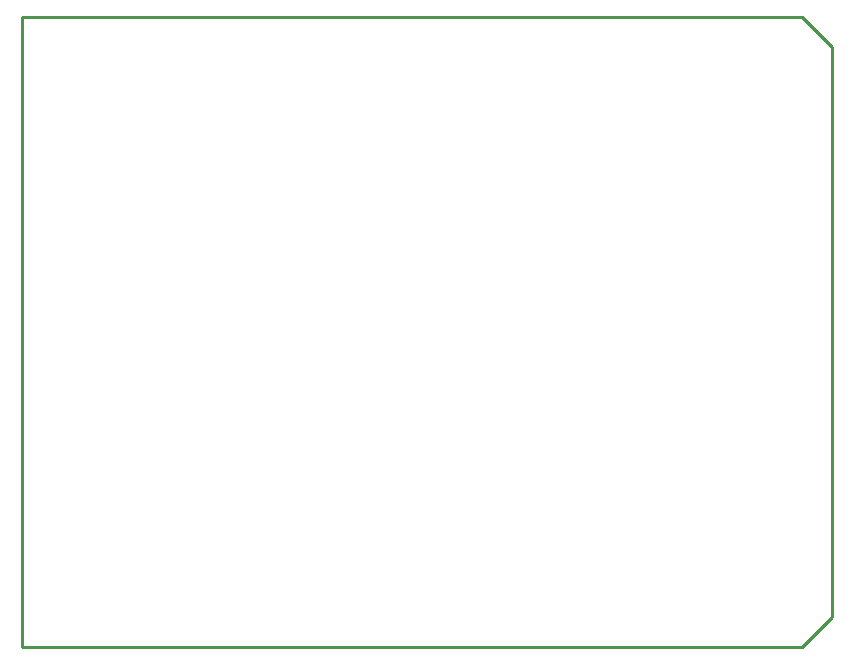
<source format=gm1>
G04 Layer_Color=16711935*
%FSLAX25Y25*%
%MOIN*%
G70*
G01*
G75*
%ADD10C,0.01000*%
D10*
X-200000Y-55000D02*
X60000D01*
X-200000D02*
Y155000D01*
X60000D01*
X70000Y145000D01*
X60000Y-55000D02*
X70000Y-45000D01*
Y145000D01*
M02*

</source>
